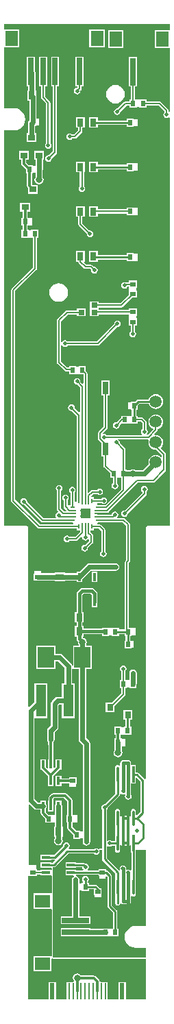
<source format=gtl>
%FSLAX25Y25*%
%MOIN*%
G70*
G01*
G75*
G04 Layer_Physical_Order=1*
G04 Layer_Color=255*
%ADD10R,0.03150X0.02559*%
%ADD11R,0.13386X0.02756*%
%ADD12R,0.07480X0.06299*%
%ADD13R,0.01575X0.03937*%
%ADD14R,0.07874X0.10000*%
%ADD15R,0.02756X0.06102*%
%ADD16R,0.02756X0.13386*%
%ADD17R,0.06299X0.07480*%
%ADD18R,0.03150X0.03937*%
%ADD19R,0.03150X0.03543*%
%ADD20R,0.03150X0.03543*%
%ADD21C,0.05906*%
%ADD22R,0.05118X0.15748*%
%ADD23R,0.02362X0.00787*%
%ADD24R,0.03150X0.00787*%
%ADD25R,0.00787X0.02362*%
%ADD26R,0.00787X0.03150*%
%ADD27R,0.05118X0.05118*%
%ADD28R,0.01063X0.07874*%
%ADD29R,0.02362X0.07874*%
%ADD30R,0.02165X0.02559*%
%ADD31R,0.02362X0.02756*%
%ADD32R,0.03937X0.01575*%
%ADD33R,0.01181X0.07874*%
%ADD34O,0.01181X0.07874*%
%ADD35R,0.02559X0.02165*%
%ADD36R,0.03543X0.03150*%
%ADD37R,0.03543X0.03150*%
%ADD38R,0.03937X0.03150*%
%ADD39R,0.02756X0.02362*%
%ADD40C,0.00787*%
%ADD41C,0.01575*%
%ADD42C,0.01000*%
%ADD43C,0.02362*%
%ADD44C,0.01181*%
%ADD45C,0.01969*%
%ADD46C,0.03150*%
G36*
X62758Y-400322D02*
Y-403924D01*
X62827D01*
Y-412222D01*
X62386Y-412458D01*
X61994Y-412196D01*
X61380Y-412074D01*
X60765Y-412196D01*
X60737Y-412215D01*
X60321Y-411938D01*
X60385Y-411614D01*
X60263Y-411000D01*
X59915Y-410479D01*
X59394Y-410131D01*
X58780Y-410009D01*
X58165Y-410131D01*
X57644Y-410479D01*
X57296Y-411000D01*
X57174Y-411614D01*
X57292Y-412208D01*
X56919Y-412408D01*
X56815D01*
X50954Y-406547D01*
Y-400925D01*
X51395Y-400690D01*
X51686Y-400883D01*
X52300Y-401006D01*
X52915Y-400883D01*
X53435Y-400535D01*
X53451Y-400512D01*
X55057D01*
Y-402743D01*
X55149Y-403204D01*
X55410Y-403595D01*
X55801Y-403856D01*
X56261Y-403947D01*
X56722Y-403856D01*
X57113Y-403595D01*
X57374Y-403204D01*
X57466Y-402743D01*
Y-400356D01*
X57944Y-400211D01*
X57969Y-400248D01*
X58360Y-400509D01*
X58821Y-400601D01*
X61380D01*
X61840Y-400509D01*
X62231Y-400248D01*
X62279Y-400176D01*
X62758Y-400322D01*
D02*
G37*
G36*
X81674Y-3789D02*
X74327D01*
Y-12451D01*
X81674D01*
Y-43597D01*
X81523Y-43697D01*
X81082Y-43462D01*
Y-42795D01*
X81006Y-42411D01*
X80788Y-42086D01*
X77443Y-38740D01*
X77118Y-38523D01*
X76733Y-38447D01*
X70264D01*
Y-37481D01*
X66721D01*
Y-37700D01*
X65539D01*
Y-37481D01*
X64771D01*
Y-31381D01*
X65705D01*
Y-16815D01*
X61768D01*
Y-31381D01*
X62764D01*
Y-37481D01*
X61996D01*
Y-38447D01*
X60117D01*
X59797Y-38510D01*
X59733Y-38523D01*
X59407Y-38740D01*
X56140Y-42008D01*
X55984Y-41977D01*
X55370Y-42099D01*
X54849Y-42447D01*
X54501Y-42968D01*
X54379Y-43583D01*
X54501Y-44197D01*
X54849Y-44718D01*
X55370Y-45066D01*
X55984Y-45188D01*
X56599Y-45066D01*
X57120Y-44718D01*
X57468Y-44197D01*
X57590Y-43583D01*
X57559Y-43427D01*
X60533Y-40453D01*
X61996D01*
Y-41418D01*
X65539D01*
Y-41200D01*
X66721D01*
Y-41418D01*
X70264D01*
Y-40453D01*
X76318D01*
X79075Y-43211D01*
Y-43816D01*
X78943Y-43904D01*
X78595Y-44425D01*
X78473Y-45039D01*
X78595Y-45654D01*
X78943Y-46175D01*
X79464Y-46523D01*
X80079Y-46645D01*
X80693Y-46523D01*
X81214Y-46175D01*
X81674Y-46482D01*
Y-245060D01*
X70866D01*
X70482Y-245136D01*
X70157Y-245354D01*
X69939Y-245679D01*
X69863Y-246063D01*
Y-368008D01*
X69384Y-368154D01*
X69251Y-367954D01*
X66367Y-365071D01*
X66007Y-364829D01*
X65581Y-364745D01*
X65581Y-364745D01*
X65120D01*
Y-361329D01*
X62785D01*
Y-360317D01*
X62678Y-359779D01*
X62373Y-359323D01*
X61917Y-359019D01*
X61380Y-358912D01*
X58821D01*
X58283Y-359019D01*
X57827Y-359323D01*
X57523Y-359779D01*
X57416Y-360317D01*
Y-361331D01*
X56975Y-361566D01*
X56722Y-361398D01*
X56261Y-361306D01*
X55801Y-361398D01*
X55410Y-361659D01*
X55149Y-362050D01*
X55057Y-362510D01*
Y-369203D01*
X55149Y-369664D01*
X55150Y-369665D01*
Y-375089D01*
X49870Y-380368D01*
X49843Y-380363D01*
X49228Y-380485D01*
X48707Y-380833D01*
X48359Y-381354D01*
X48237Y-381968D01*
X48359Y-382583D01*
X48707Y-383104D01*
X48731Y-383120D01*
Y-401961D01*
X47378D01*
X47289Y-401998D01*
X47192Y-401988D01*
X47071Y-402088D01*
X46987Y-402123D01*
X46481Y-401784D01*
X45866Y-401662D01*
X45252Y-401784D01*
X44731Y-402132D01*
X44715Y-402156D01*
X32535D01*
X32390Y-401677D01*
X32435Y-401647D01*
X32783Y-401126D01*
X32905Y-400512D01*
X32783Y-399897D01*
X32435Y-399376D01*
X31914Y-399028D01*
X31299Y-398906D01*
X30685Y-399028D01*
X30164Y-399376D01*
X29816Y-399897D01*
X29694Y-400512D01*
X29706Y-400572D01*
X25270Y-405008D01*
X23837D01*
Y-404742D01*
X18719D01*
Y-407498D01*
X23837D01*
Y-407232D01*
X25621D01*
X25813Y-407694D01*
X24758Y-408748D01*
X23837D01*
Y-408482D01*
X18719D01*
Y-411238D01*
X23837D01*
D01*
X23837D01*
X24161Y-411562D01*
Y-412222D01*
X24161D01*
X23837D01*
X23807Y-412222D01*
X23807Y-412222D01*
Y-412222D01*
X18719D01*
Y-412579D01*
X16869D01*
Y-411810D01*
X16650D01*
Y-410020D01*
X13168D01*
X13168Y-410020D01*
Y-410020D01*
X13150Y-410020D01*
X13131D01*
X12822Y-380470D01*
X13282Y-380276D01*
X15526Y-382520D01*
X16112Y-382912D01*
X16804Y-383049D01*
X18622D01*
Y-383802D01*
X18796D01*
Y-384693D01*
X18796Y-384693D01*
X18887Y-385154D01*
X19149Y-385544D01*
X20956Y-387352D01*
Y-389389D01*
X24500D01*
Y-389171D01*
X25634D01*
Y-391072D01*
X25271D01*
Y-396190D01*
X25634D01*
Y-396892D01*
X25401Y-397242D01*
X25233Y-398087D01*
X25401Y-398931D01*
X25879Y-399648D01*
X26596Y-400126D01*
X27441Y-400294D01*
X28285Y-400126D01*
X29002Y-399648D01*
X29480Y-398931D01*
X29648Y-398087D01*
X29480Y-397242D01*
X29247Y-396892D01*
Y-396190D01*
X29602D01*
Y-391072D01*
X29247D01*
Y-381283D01*
X29109Y-380592D01*
X28858Y-380216D01*
Y-378684D01*
X26102D01*
Y-380097D01*
X25772Y-380592D01*
X25634Y-381283D01*
Y-385671D01*
X24500D01*
Y-385452D01*
X22463D01*
X21204Y-384194D01*
Y-383802D01*
X21378D01*
Y-382370D01*
X21669Y-381934D01*
X21806Y-381243D01*
X21669Y-380552D01*
X21378Y-380116D01*
Y-378684D01*
X18622D01*
Y-379437D01*
X17552D01*
X15783Y-377667D01*
Y-338438D01*
X22018D01*
Y-321508D01*
X15719D01*
Y-330568D01*
X13276Y-333011D01*
X12815Y-332819D01*
Y-246063D01*
X12738Y-245679D01*
X12521Y-245354D01*
X12195Y-245136D01*
X11811Y-245060D01*
X1003D01*
Y-52578D01*
X5906D01*
Y-52605D01*
X7293Y-52422D01*
X8586Y-51887D01*
X9696Y-51035D01*
X10548Y-49924D01*
X11084Y-48632D01*
X11266Y-47244D01*
X11084Y-45857D01*
X10548Y-44564D01*
X9696Y-43453D01*
X8586Y-42601D01*
X7293Y-42066D01*
X5906Y-41883D01*
Y-41910D01*
X1003D01*
Y-12380D01*
X8427D01*
Y-3718D01*
X1003D01*
Y-1003D01*
X81674D01*
Y-3789D01*
D02*
G37*
G36*
X67353Y-369201D02*
Y-383969D01*
X65605Y-385717D01*
X65143Y-385526D01*
Y-383770D01*
X65051Y-383309D01*
X64790Y-382919D01*
X64400Y-382658D01*
X63939Y-382566D01*
X63478Y-382658D01*
X63087Y-382919D01*
X62826Y-383309D01*
X62735Y-383770D01*
Y-386157D01*
X62256Y-386302D01*
X62231Y-386265D01*
X61840Y-386004D01*
X61380Y-385912D01*
X58821D01*
X58360Y-386004D01*
X57969Y-386265D01*
X57944Y-386302D01*
X57466Y-386157D01*
Y-383770D01*
X57374Y-383309D01*
X57113Y-382919D01*
X56722Y-382658D01*
X56261Y-382566D01*
X55801Y-382658D01*
X55410Y-382919D01*
X55149Y-383309D01*
X55057Y-383770D01*
Y-390463D01*
X55149Y-390924D01*
X55150Y-390925D01*
Y-395588D01*
X55149Y-395589D01*
X55057Y-396050D01*
Y-398288D01*
X53451D01*
X53435Y-398265D01*
X52915Y-397917D01*
X52300Y-397794D01*
X51686Y-397917D01*
X51395Y-398110D01*
X50954Y-397875D01*
Y-383120D01*
X50978Y-383104D01*
X51326Y-382583D01*
X51448Y-381968D01*
X51443Y-381941D01*
X57048Y-376336D01*
X57289Y-375975D01*
X57373Y-375550D01*
X57373Y-375549D01*
Y-375474D01*
X57814Y-375239D01*
X58204Y-375499D01*
X58819Y-375621D01*
X59433Y-375499D01*
X59534Y-375432D01*
X59975Y-375668D01*
D01*
X59896Y-375880D01*
Y-375880D01*
X59774Y-376494D01*
X59896Y-377109D01*
X60244Y-377630D01*
X60765Y-377978D01*
X61380Y-378100D01*
X61994Y-377978D01*
X62515Y-377630D01*
X62863Y-377109D01*
X62985Y-376494D01*
X62863Y-375880D01*
X62785Y-375763D01*
Y-370384D01*
X65120D01*
Y-367622D01*
X65582Y-367430D01*
X67353Y-369201D01*
D02*
G37*
G36*
X69863Y-439548D02*
X64961D01*
Y-439521D01*
X63573Y-439704D01*
X62280Y-440239D01*
X61170Y-441091D01*
X60318Y-442202D01*
X59782Y-443495D01*
X59600Y-444882D01*
X59782Y-446270D01*
X60318Y-447563D01*
X61170Y-448673D01*
X62280Y-449525D01*
X63573Y-450060D01*
X64961Y-450243D01*
Y-450216D01*
X69863D01*
Y-454800D01*
X24900D01*
X24800Y-454700D01*
Y-410972D01*
X25219D01*
X25219Y-410972D01*
X25644Y-410887D01*
X26005Y-410646D01*
X32272Y-404380D01*
X44715D01*
X44731Y-404403D01*
X45252Y-404751D01*
X45866Y-404873D01*
X46481Y-404751D01*
X47001Y-404403D01*
X47350Y-403882D01*
X47472Y-403268D01*
X47350Y-402653D01*
X47378Y-402600D01*
X48731D01*
Y-407008D01*
X48731Y-407008D01*
X48815Y-407433D01*
X49056Y-407794D01*
X55150Y-413888D01*
Y-416848D01*
X55149Y-416849D01*
X55057Y-417310D01*
Y-424003D01*
X55149Y-424464D01*
X55150Y-424465D01*
Y-428624D01*
X55234Y-429049D01*
X55475Y-429410D01*
X55836Y-429651D01*
X56261Y-429736D01*
X56687Y-429651D01*
X57048Y-429410D01*
X57289Y-429049D01*
X57302Y-428982D01*
X57827Y-428631D01*
X58283Y-428936D01*
X58821Y-429043D01*
X61380D01*
X61917Y-428936D01*
X62373Y-428631D01*
X62678Y-428175D01*
X62785Y-427638D01*
X62785Y-427638D01*
X62785Y-427638D01*
Y-427638D01*
Y-425183D01*
X63226Y-424947D01*
X63478Y-425116D01*
X63939Y-425207D01*
X64400Y-425116D01*
X64790Y-424855D01*
X65051Y-424464D01*
X65143Y-424003D01*
Y-417310D01*
X65051Y-416849D01*
X65051Y-416848D01*
Y-403924D01*
X65120D01*
Y-402600D01*
X69863D01*
Y-439548D01*
D02*
G37*
G36*
X18719Y-414978D02*
X23807D01*
X24161Y-415332D01*
Y-423717D01*
X24161D01*
X24131D01*
X23807Y-423717D01*
X23807Y-423717D01*
Y-423717D01*
X15469D01*
Y-431197D01*
X23807D01*
X24161Y-431551D01*
Y-454150D01*
X24161D01*
X24131D01*
X23807Y-454150D01*
X23807Y-454150D01*
Y-454150D01*
X15469D01*
Y-461630D01*
X24131D01*
Y-455571D01*
X24546Y-455293D01*
X24900Y-455439D01*
X69863D01*
Y-475375D01*
X60210D01*
Y-466812D01*
X56666D01*
Y-475375D01*
X51410D01*
Y-466812D01*
X48673D01*
X47556Y-466589D01*
X47464Y-466128D01*
X47203Y-465737D01*
X47203Y-465737D01*
X45496Y-464030D01*
X45105Y-463769D01*
X44644Y-463678D01*
X44644Y-463678D01*
X38360D01*
X38122Y-463321D01*
X37406Y-462842D01*
X36561Y-462674D01*
X35716Y-462842D01*
X35000Y-463321D01*
X34521Y-464037D01*
X34353Y-464882D01*
X34521Y-465727D01*
X34952Y-466371D01*
X34716Y-466812D01*
X31450D01*
Y-475375D01*
X26194D01*
Y-466812D01*
X22650D01*
Y-475375D01*
X12815D01*
Y-415354D01*
X12815D01*
X12932D01*
X13168Y-415354D01*
X13168Y-415354D01*
Y-415354D01*
X16869D01*
Y-414586D01*
X18719D01*
Y-414978D01*
D02*
G37*
%LPC*%
G36*
X13532Y-87746D02*
X8808D01*
Y-92077D01*
X9966D01*
Y-95082D01*
X9398D01*
Y-99019D01*
X9966D01*
Y-101031D01*
X9398D01*
Y-104969D01*
X12942D01*
Y-104750D01*
X14123D01*
Y-104969D01*
X14891D01*
Y-119438D01*
X4763Y-129566D01*
X4545Y-129892D01*
X4469Y-130276D01*
Y-232756D01*
X4469Y-232756D01*
X4469D01*
X4545Y-233140D01*
X4763Y-233466D01*
X17359Y-246062D01*
X17685Y-246279D01*
X17749Y-246292D01*
X18069Y-246356D01*
X36361D01*
Y-247124D01*
X37916D01*
Y-247909D01*
X35529Y-250296D01*
X32798D01*
X32710Y-250164D01*
X32189Y-249816D01*
X31575Y-249694D01*
X30960Y-249816D01*
X30439Y-250164D01*
X30091Y-250685D01*
X29969Y-251299D01*
X30091Y-251914D01*
X30439Y-252435D01*
X30960Y-252783D01*
X31575Y-252905D01*
X32189Y-252783D01*
X32710Y-252435D01*
X32798Y-252303D01*
X35945D01*
X36329Y-252226D01*
X36654Y-252009D01*
X38468Y-250195D01*
X38909Y-250431D01*
X38889Y-250534D01*
X39011Y-251148D01*
X39359Y-251669D01*
X39880Y-252017D01*
X40494Y-252139D01*
X41109Y-252017D01*
X41630Y-251669D01*
X41746Y-251495D01*
X42225Y-251640D01*
Y-252380D01*
X40313Y-254291D01*
X40157Y-254260D01*
X39543Y-254383D01*
X39022Y-254731D01*
X38674Y-255252D01*
X38552Y-255866D01*
X38674Y-256481D01*
X39022Y-257001D01*
X39543Y-257350D01*
X40157Y-257472D01*
X40772Y-257350D01*
X41293Y-257001D01*
X41641Y-256481D01*
X41763Y-255866D01*
X41732Y-255711D01*
X43938Y-253505D01*
X44155Y-253179D01*
X44232Y-252795D01*
Y-249685D01*
X44168Y-249365D01*
X44155Y-249301D01*
X43938Y-248975D01*
X43073Y-248110D01*
Y-247124D01*
X44628D01*
Y-246356D01*
X47141D01*
X48209Y-247424D01*
Y-257320D01*
X48077Y-257408D01*
X47729Y-257929D01*
X47607Y-258543D01*
X47729Y-259158D01*
X48077Y-259679D01*
X48598Y-260027D01*
X49213Y-260149D01*
X49827Y-260027D01*
X50348Y-259679D01*
X50696Y-259158D01*
X50818Y-258543D01*
X50696Y-257929D01*
X50348Y-257408D01*
X50216Y-257320D01*
Y-247008D01*
X50140Y-246624D01*
X49922Y-246298D01*
X48267Y-244643D01*
X47941Y-244425D01*
X47557Y-244349D01*
X46400D01*
Y-243522D01*
X46786Y-243205D01*
X46794Y-243206D01*
X58716D01*
X60264Y-244754D01*
Y-261564D01*
X60075Y-261753D01*
X59857Y-262079D01*
X59781Y-262463D01*
Y-294492D01*
X59496D01*
Y-295356D01*
X56854D01*
Y-294492D01*
X53311D01*
Y-294710D01*
X52129D01*
Y-294492D01*
X48586D01*
Y-294828D01*
X39772D01*
Y-293711D01*
X38975D01*
Y-292049D01*
X39732D01*
Y-286931D01*
X38975D01*
Y-282032D01*
Y-278563D01*
X39598Y-277940D01*
X42961D01*
X43645Y-278624D01*
Y-282032D01*
X43672Y-282168D01*
Y-284591D01*
X46428D01*
Y-282168D01*
X46455Y-282032D01*
Y-278042D01*
X46348Y-277505D01*
X46044Y-277049D01*
X44537Y-275542D01*
X44081Y-275237D01*
X43543Y-275131D01*
X39016D01*
X38478Y-275237D01*
X38022Y-275542D01*
X36576Y-276988D01*
X36272Y-277444D01*
X36165Y-277981D01*
Y-282032D01*
Y-286931D01*
X35401D01*
Y-292049D01*
X36165D01*
Y-293711D01*
X35441D01*
Y-298829D01*
X36202D01*
Y-300038D01*
X36309Y-300576D01*
X36613Y-301032D01*
X36879Y-301298D01*
X36847Y-301457D01*
X37015Y-302302D01*
X37234Y-302628D01*
Y-303369D01*
X34512D01*
Y-312801D01*
X34015Y-312850D01*
X33923Y-312390D01*
X33532Y-311804D01*
X29410Y-307683D01*
X28824Y-307291D01*
X28133Y-307154D01*
X25851D01*
Y-303369D01*
X16796D01*
Y-314551D01*
X25851D01*
Y-310766D01*
X27385D01*
X30448Y-313829D01*
Y-321508D01*
X29105D01*
Y-328167D01*
X26996D01*
X26304Y-328304D01*
X25718Y-328696D01*
X24274Y-330140D01*
X23882Y-330726D01*
X23745Y-331417D01*
Y-342063D01*
X22463Y-343345D01*
X22071Y-343931D01*
X21934Y-344622D01*
Y-348858D01*
X22071Y-349550D01*
X22362Y-349985D01*
Y-351417D01*
X22536D01*
Y-358504D01*
X22362D01*
Y-362620D01*
X21900Y-362812D01*
X21378Y-362289D01*
Y-358504D01*
X18622D01*
Y-363622D01*
X19305D01*
X22362Y-366680D01*
Y-371597D01*
X25118D01*
Y-366680D01*
X28176Y-363622D01*
X28858D01*
Y-358504D01*
X26102D01*
Y-362289D01*
X25580Y-362812D01*
X25118Y-362620D01*
Y-358504D01*
X24944D01*
Y-351417D01*
X25118D01*
Y-349985D01*
X25409Y-349550D01*
X25547Y-348858D01*
Y-345371D01*
X26829Y-344089D01*
X27220Y-343503D01*
X27358Y-342811D01*
X27358Y-342811D01*
X27358Y-342811D01*
Y-342811D01*
Y-332166D01*
X27744Y-331779D01*
X29105D01*
Y-338438D01*
X35404D01*
Y-321508D01*
X34061D01*
Y-314551D01*
X34512D01*
Y-314551D01*
X37234D01*
Y-348804D01*
X37234Y-348804D01*
X37234D01*
X37371Y-349495D01*
X37763Y-350081D01*
X39206Y-351524D01*
Y-393451D01*
X38060D01*
Y-393232D01*
X36022D01*
X34172Y-391382D01*
Y-389399D01*
X34740D01*
Y-389181D01*
X36530D01*
Y-385681D01*
X34740D01*
Y-385462D01*
X34172D01*
Y-378496D01*
X34172Y-378496D01*
X34080Y-378035D01*
X33819Y-377644D01*
X33819Y-377644D01*
X31402Y-375227D01*
X31012Y-374966D01*
X30551Y-374874D01*
X30551Y-374874D01*
X24961D01*
X24500Y-374966D01*
X24344Y-375071D01*
X24110Y-375227D01*
X24110Y-375227D01*
X22889Y-376448D01*
X22628Y-376839D01*
X22536Y-377299D01*
X22536Y-377300D01*
Y-378684D01*
X22362D01*
Y-383802D01*
X25118D01*
Y-378684D01*
X24944D01*
Y-377798D01*
X25460Y-377283D01*
X30052D01*
X31764Y-378995D01*
Y-385462D01*
X31196D01*
Y-389399D01*
X31764D01*
Y-391881D01*
X31764Y-391881D01*
X31855Y-392341D01*
X32116Y-392732D01*
X34516Y-395132D01*
Y-397169D01*
X38060D01*
Y-396951D01*
X39206D01*
Y-398729D01*
X39344Y-399420D01*
X39735Y-400006D01*
X40321Y-400398D01*
X41012Y-400535D01*
X41704Y-400398D01*
X42290Y-400006D01*
X42681Y-399420D01*
X42819Y-398729D01*
Y-395201D01*
Y-350776D01*
X42681Y-350085D01*
X42290Y-349499D01*
X40846Y-348056D01*
Y-314551D01*
X43568D01*
Y-303369D01*
X40846D01*
Y-302673D01*
X41095Y-302302D01*
X41263Y-301457D01*
X41095Y-300612D01*
X40616Y-299896D01*
X39900Y-299417D01*
X39055Y-299249D01*
D01*
Y-299183D01*
X39409Y-298829D01*
X39772D01*
Y-297638D01*
X48586D01*
Y-298429D01*
X52129D01*
Y-298210D01*
X53311D01*
Y-298429D01*
X56854D01*
Y-297580D01*
X59496D01*
Y-298429D01*
X60148D01*
Y-300810D01*
X59587D01*
Y-304550D01*
X62933D01*
Y-304330D01*
X64128D01*
Y-301030D01*
X62933D01*
Y-300810D01*
X62372D01*
Y-298429D01*
X63039D01*
Y-298210D01*
X64830D01*
Y-294710D01*
X63039D01*
Y-294492D01*
X61788D01*
Y-262879D01*
X61977Y-262689D01*
X62123Y-262472D01*
X62195Y-262364D01*
X62271Y-261980D01*
Y-244339D01*
X62208Y-244018D01*
X62195Y-243955D01*
X61977Y-243629D01*
X59841Y-241493D01*
X59516Y-241276D01*
X59132Y-241199D01*
X56362D01*
X56057Y-240742D01*
X56405Y-240221D01*
X56527Y-239606D01*
X56405Y-238992D01*
X56057Y-238471D01*
X55536Y-238123D01*
X54921Y-238001D01*
X54307Y-238123D01*
X53786Y-238471D01*
X53438Y-238992D01*
X53316Y-239606D01*
X53301Y-239624D01*
X46400D01*
Y-238482D01*
X51144D01*
X51528Y-238405D01*
X51853Y-238188D01*
X66124Y-223917D01*
X73543D01*
X73927Y-223840D01*
X74253Y-223623D01*
X79457Y-218419D01*
X79674Y-218094D01*
X79751Y-217710D01*
Y-210115D01*
X79687Y-209794D01*
X79674Y-209731D01*
X79457Y-209405D01*
X77310Y-207258D01*
X77337Y-206846D01*
X77905Y-206106D01*
X78262Y-205244D01*
X78384Y-204319D01*
X78262Y-203394D01*
X77905Y-202532D01*
X77337Y-201792D01*
X76597Y-201224D01*
X75735Y-200867D01*
X74810Y-200745D01*
X74264Y-200817D01*
X74043Y-200369D01*
X75520Y-198892D01*
X75737Y-198566D01*
X75814Y-198182D01*
X75814Y-198182D01*
X75814Y-198182D01*
Y-198182D01*
Y-197760D01*
X76597Y-197435D01*
X77337Y-196867D01*
X77905Y-196127D01*
X78262Y-195265D01*
X78384Y-194340D01*
X78262Y-193415D01*
X77905Y-192553D01*
X77337Y-191813D01*
X76597Y-191245D01*
X75735Y-190888D01*
X74810Y-190766D01*
X73885Y-190888D01*
X73023Y-191245D01*
X72283Y-191813D01*
X71715Y-192553D01*
X71358Y-193415D01*
X71236Y-194340D01*
X71358Y-195265D01*
X71715Y-196127D01*
X72283Y-196867D01*
X73023Y-197435D01*
X73396Y-197589D01*
X73493Y-198080D01*
X70907Y-200666D01*
X70422Y-200544D01*
X70357Y-200329D01*
X70387Y-200309D01*
X70735Y-199788D01*
X70858Y-199173D01*
X70735Y-198559D01*
X70387Y-198038D01*
X70256Y-197950D01*
Y-194528D01*
X70179Y-194143D01*
X69962Y-193818D01*
X68714Y-192571D01*
X68389Y-192353D01*
X68005Y-192277D01*
X66091D01*
Y-191411D01*
X65332D01*
Y-188450D01*
X65894D01*
Y-186479D01*
X66741Y-185632D01*
X71435D01*
X71715Y-186307D01*
X72283Y-187047D01*
X73023Y-187615D01*
X73885Y-187972D01*
X74810Y-188094D01*
X75735Y-187972D01*
X76597Y-187615D01*
X77337Y-187047D01*
X77905Y-186307D01*
X78262Y-185445D01*
X78384Y-184520D01*
X78262Y-183595D01*
X77905Y-182733D01*
X77337Y-181993D01*
X76597Y-181425D01*
X75735Y-181068D01*
X74810Y-180946D01*
X73885Y-181068D01*
X73023Y-181425D01*
X72283Y-181993D01*
X71715Y-182733D01*
X71435Y-183408D01*
X66280D01*
X66280Y-183408D01*
X65855Y-183493D01*
X65494Y-183734D01*
X64518Y-184710D01*
X62547D01*
Y-184930D01*
X61352D01*
Y-188230D01*
X62547D01*
Y-188450D01*
X63108D01*
Y-191411D01*
X62548D01*
Y-191630D01*
X61367D01*
Y-191411D01*
X57824D01*
Y-192576D01*
X57682Y-192670D01*
X55746Y-194606D01*
X55590Y-194576D01*
X54976Y-194698D01*
X54455Y-195046D01*
X54107Y-195567D01*
X53985Y-196181D01*
X54107Y-196796D01*
X54455Y-197317D01*
X54976Y-197664D01*
X55590Y-197787D01*
X56205Y-197664D01*
X56726Y-197317D01*
X57074Y-196796D01*
X57196Y-196181D01*
X57165Y-196026D01*
X57842Y-195349D01*
X61367D01*
Y-195130D01*
X62548D01*
Y-195349D01*
X66091D01*
Y-194284D01*
X67589D01*
X68248Y-194943D01*
Y-197950D01*
X68117Y-198038D01*
X67769Y-198559D01*
X67646Y-199173D01*
X67769Y-199788D01*
X68117Y-200309D01*
X68147Y-200329D01*
X68002Y-200807D01*
X50869D01*
X50781Y-200676D01*
X50260Y-200328D01*
X49646Y-200205D01*
X49352Y-200264D01*
X49116Y-199823D01*
X51103Y-197836D01*
X51321Y-197510D01*
X51397Y-197126D01*
X51397Y-197126D01*
X51397Y-197126D01*
Y-197126D01*
Y-181595D01*
X52362D01*
Y-174311D01*
X48425D01*
Y-181595D01*
X49390D01*
Y-196710D01*
X46968Y-199133D01*
X46750Y-199459D01*
X46674Y-199843D01*
Y-202626D01*
X46674Y-202626D01*
X46674D01*
X46750Y-203010D01*
X46968Y-203336D01*
X48425Y-204794D01*
Y-211319D01*
X49390D01*
Y-215776D01*
X49390Y-215776D01*
X49390D01*
X49467Y-216160D01*
X49684Y-216486D01*
X52526Y-219328D01*
Y-221649D01*
X53918D01*
Y-224249D01*
X53786Y-224337D01*
X53438Y-224858D01*
X53316Y-225472D01*
X53438Y-226087D01*
X53786Y-226608D01*
X54307Y-226956D01*
X54921Y-227078D01*
X55536Y-226956D01*
X56057Y-226608D01*
X56405Y-226087D01*
X56527Y-225472D01*
X56405Y-224858D01*
X56057Y-224337D01*
X55925Y-224249D01*
Y-221649D01*
X56069D01*
Y-221430D01*
X57250D01*
Y-221649D01*
X58019D01*
Y-227216D01*
X50334Y-234900D01*
X46794D01*
X46786Y-234901D01*
X46400Y-234584D01*
Y-233757D01*
X48263D01*
X48351Y-233889D01*
X48872Y-234237D01*
X49486Y-234360D01*
X50101Y-234237D01*
X50621Y-233889D01*
X50970Y-233368D01*
X51092Y-232754D01*
X50970Y-232139D01*
X50621Y-231618D01*
X50101Y-231270D01*
X49486Y-231148D01*
X48872Y-231270D01*
X48351Y-231618D01*
X48263Y-231750D01*
X44628D01*
Y-230982D01*
X43413D01*
X43222Y-230520D01*
X44274Y-229468D01*
X46296D01*
X46384Y-229600D01*
X46905Y-229948D01*
X47520Y-230070D01*
X48134Y-229948D01*
X48655Y-229600D01*
X49003Y-229079D01*
X49125Y-228465D01*
X49003Y-227850D01*
X48655Y-227329D01*
X48134Y-226981D01*
X47520Y-226859D01*
X46905Y-226981D01*
X46384Y-227329D01*
X46296Y-227461D01*
X43858D01*
X43474Y-227537D01*
X43149Y-227755D01*
X41960Y-228944D01*
X41498Y-228752D01*
Y-170852D01*
X41422Y-170468D01*
X41204Y-170143D01*
X40754Y-169692D01*
Y-167371D01*
X37211D01*
Y-167590D01*
X36029D01*
Y-167371D01*
X32486D01*
Y-167997D01*
X31616D01*
X28703Y-165084D01*
Y-157158D01*
X29182Y-157012D01*
X29465Y-157435D01*
X29985Y-157783D01*
X30600Y-157906D01*
X31214Y-157783D01*
X31735Y-157435D01*
X31824Y-157304D01*
X46500D01*
X46884Y-157227D01*
X47210Y-157010D01*
X55945Y-148275D01*
X56100Y-148306D01*
X56714Y-148183D01*
X57235Y-147835D01*
X57583Y-147315D01*
X57706Y-146700D01*
X57583Y-146086D01*
X57235Y-145565D01*
X56714Y-145217D01*
X56100Y-145094D01*
X55485Y-145217D01*
X54965Y-145565D01*
X54617Y-146086D01*
X54494Y-146700D01*
X54525Y-146855D01*
X46084Y-155297D01*
X31824D01*
X31735Y-155165D01*
X31214Y-154817D01*
X30600Y-154694D01*
X29985Y-154817D01*
X29465Y-155165D01*
X29182Y-155588D01*
X28703Y-155443D01*
Y-145416D01*
X32036Y-142084D01*
X36395D01*
Y-142950D01*
X40725D01*
Y-139210D01*
X36395D01*
Y-140076D01*
X31620D01*
X31236Y-140153D01*
X30910Y-140370D01*
X26990Y-144290D01*
X26773Y-144616D01*
X26697Y-145000D01*
Y-165500D01*
X26697Y-165500D01*
X26697D01*
X26773Y-165884D01*
X26990Y-166210D01*
X30490Y-169710D01*
X30816Y-169927D01*
X31200Y-170003D01*
X32486D01*
Y-171309D01*
X36029D01*
Y-171090D01*
X37211D01*
Y-171309D01*
X39491D01*
Y-175607D01*
X39029Y-175799D01*
X38071Y-174841D01*
X38102Y-174685D01*
X37980Y-174071D01*
X37631Y-173550D01*
X37110Y-173202D01*
X36496Y-173079D01*
X35882Y-173202D01*
X35361Y-173550D01*
X35013Y-174071D01*
X34890Y-174685D01*
X35013Y-175300D01*
X35361Y-175820D01*
X35882Y-176169D01*
X36496Y-176291D01*
X36652Y-176260D01*
X37916Y-177524D01*
Y-189623D01*
X37454Y-189814D01*
X35315Y-187675D01*
X35346Y-187520D01*
X35224Y-186905D01*
X34876Y-186384D01*
X34355Y-186036D01*
X33740Y-185914D01*
X33126Y-186036D01*
X32605Y-186384D01*
X32257Y-186905D01*
X32135Y-187520D01*
X32257Y-188134D01*
X32605Y-188655D01*
X33126Y-189003D01*
X33740Y-189125D01*
X33896Y-189094D01*
X36341Y-191540D01*
Y-232754D01*
X36343Y-232761D01*
X36026Y-233148D01*
X35199D01*
Y-228765D01*
X35331Y-228677D01*
X35679Y-228156D01*
X35801Y-227542D01*
X35679Y-226927D01*
X35331Y-226406D01*
X34810Y-226058D01*
X34195Y-225936D01*
X33581Y-226058D01*
X33060Y-226406D01*
X32712Y-226927D01*
X32590Y-227542D01*
X32712Y-228156D01*
X33060Y-228677D01*
X33192Y-228765D01*
Y-234919D01*
X32424D01*
Y-235154D01*
X32246Y-235228D01*
X31830Y-234950D01*
Y-232601D01*
X31962Y-232513D01*
X32310Y-231992D01*
X32432Y-231378D01*
X32310Y-230764D01*
X31962Y-230243D01*
X31441Y-229894D01*
X30827Y-229772D01*
X30212Y-229894D01*
X29691Y-230243D01*
X29343Y-230764D01*
X29221Y-231378D01*
X29343Y-231992D01*
X29691Y-232513D01*
X29823Y-232601D01*
Y-235630D01*
X29823Y-235630D01*
X29823D01*
X29900Y-236014D01*
X30117Y-236339D01*
X31365Y-237588D01*
X31174Y-238050D01*
X30217D01*
X28720Y-236553D01*
Y-227916D01*
X28852Y-227828D01*
X29200Y-227307D01*
X29322Y-226693D01*
X29200Y-226079D01*
X28852Y-225557D01*
X28331Y-225209D01*
X27716Y-225087D01*
X27102Y-225209D01*
X26581Y-225557D01*
X26233Y-226079D01*
X26111Y-226693D01*
X26233Y-227307D01*
X26581Y-227828D01*
X26713Y-227916D01*
Y-236968D01*
X26789Y-237353D01*
X27007Y-237678D01*
X27282Y-237953D01*
X27136Y-238431D01*
X26905Y-238477D01*
X26384Y-238825D01*
X26036Y-239346D01*
X25914Y-239961D01*
X26036Y-240575D01*
X26159Y-240758D01*
X25923Y-241199D01*
X20099D01*
X12165Y-233266D01*
X12196Y-233110D01*
X12074Y-232496D01*
X11726Y-231975D01*
X11205Y-231627D01*
X10591Y-231505D01*
X9976Y-231627D01*
X9455Y-231975D01*
X9107Y-232496D01*
X8985Y-233110D01*
X9107Y-233725D01*
X9455Y-234246D01*
X9976Y-234594D01*
X10591Y-234716D01*
X10746Y-234685D01*
X18973Y-242912D01*
X19299Y-243130D01*
X19363Y-243143D01*
X19683Y-243206D01*
X34195D01*
X34203Y-243205D01*
X34589Y-243522D01*
Y-244349D01*
X18485D01*
X6476Y-232340D01*
Y-130691D01*
X16604Y-120563D01*
X16821Y-120238D01*
X16898Y-119854D01*
Y-104969D01*
X17666D01*
Y-101031D01*
X14123D01*
Y-101250D01*
X12942D01*
Y-101031D01*
X12374D01*
Y-99019D01*
X12942D01*
Y-98800D01*
X14732D01*
Y-95300D01*
X12942D01*
Y-95082D01*
X12374D01*
Y-92077D01*
X13532D01*
Y-87746D01*
D02*
G37*
G36*
X69252Y-225599D02*
X68638Y-225721D01*
X68117Y-226069D01*
X67769Y-226590D01*
X67646Y-227205D01*
X67769Y-227819D01*
X68117Y-228340D01*
X68248Y-228428D01*
Y-228954D01*
X59762Y-237441D01*
X59606Y-237410D01*
X58992Y-237532D01*
X58471Y-237880D01*
X58123Y-238401D01*
X58001Y-239016D01*
X58123Y-239630D01*
X58471Y-240151D01*
X58992Y-240499D01*
X59606Y-240621D01*
X60221Y-240499D01*
X60742Y-240151D01*
X61090Y-239630D01*
X61212Y-239016D01*
X61181Y-238860D01*
X69962Y-230080D01*
X70179Y-229754D01*
X70256Y-229370D01*
Y-228428D01*
X70387Y-228340D01*
X70735Y-227819D01*
X70858Y-227205D01*
X70735Y-226590D01*
X70387Y-226069D01*
X69866Y-225721D01*
X69252Y-225599D01*
D02*
G37*
G36*
X27559Y-126929D02*
X26377Y-127085D01*
X25276Y-127541D01*
X24330Y-128267D01*
X23604Y-129213D01*
X23148Y-130314D01*
X22992Y-131496D01*
X23148Y-132678D01*
X23604Y-133779D01*
X24330Y-134725D01*
X25276Y-135451D01*
X26377Y-135907D01*
X27559Y-136063D01*
X28741Y-135907D01*
X29842Y-135451D01*
X30788Y-134725D01*
X31514Y-133779D01*
X31970Y-132678D01*
X32126Y-131496D01*
X31970Y-130314D01*
X31514Y-129213D01*
X30788Y-128267D01*
X29842Y-127541D01*
X28741Y-127085D01*
X27559Y-126929D01*
D02*
G37*
G36*
X40302Y-111344D02*
X35971D01*
Y-116462D01*
X37133D01*
Y-116523D01*
X37210Y-116907D01*
X37427Y-117232D01*
X39960Y-119765D01*
X39960D01*
X39960Y-119765D01*
X39960D01*
X39960Y-119765D01*
Y-119765D01*
X39960Y-119765D01*
Y-119765D01*
X40285Y-119982D01*
X40669Y-120059D01*
X42970D01*
X43386Y-120474D01*
X43355Y-120630D01*
X43477Y-121244D01*
X43825Y-121765D01*
X44346Y-122113D01*
X44961Y-122236D01*
X45575Y-122113D01*
X46096Y-121765D01*
X46444Y-121244D01*
X46566Y-120630D01*
X46444Y-120016D01*
X46096Y-119495D01*
X45575Y-119147D01*
X44961Y-119024D01*
X44805Y-119055D01*
X44095Y-118345D01*
X43770Y-118128D01*
X43386Y-118052D01*
X41085D01*
X39957Y-116924D01*
X40148Y-116462D01*
X40302D01*
Y-111344D01*
D02*
G37*
G36*
X65518Y-125716D02*
X61581D01*
Y-126484D01*
X60128D01*
X60036Y-126503D01*
X59595Y-126415D01*
X58981Y-126537D01*
X58460Y-126885D01*
X58112Y-127406D01*
X57990Y-128021D01*
X58112Y-128635D01*
X58460Y-129156D01*
X58981Y-129504D01*
X59595Y-129626D01*
X60210Y-129504D01*
X60731Y-129156D01*
X61079Y-128635D01*
X61084Y-128610D01*
X61581Y-128658D01*
Y-129259D01*
X61800D01*
Y-130441D01*
X61581D01*
Y-132762D01*
X57613Y-136730D01*
X47025D01*
Y-135863D01*
X42694D01*
Y-139604D01*
Y-142950D01*
X47025D01*
Y-142071D01*
X61581D01*
Y-142840D01*
X61800D01*
Y-144021D01*
X61581D01*
Y-147564D01*
X62618D01*
Y-150391D01*
X62487Y-150479D01*
X62139Y-151000D01*
X62016Y-151614D01*
X62139Y-152229D01*
X62487Y-152750D01*
X63008Y-153098D01*
X63622Y-153220D01*
X64236Y-153098D01*
X64757Y-152750D01*
X65105Y-152229D01*
X65228Y-151614D01*
X65105Y-151000D01*
X64757Y-150479D01*
X64626Y-150391D01*
Y-147564D01*
X65518D01*
Y-144021D01*
X65300D01*
Y-142840D01*
X65518D01*
Y-139296D01*
X61581D01*
Y-140064D01*
X47025D01*
Y-139604D01*
Y-138737D01*
X58029D01*
X58413Y-138661D01*
X58738Y-138443D01*
X63198Y-133984D01*
X65518D01*
Y-130441D01*
X65300D01*
Y-129259D01*
X65518D01*
Y-125716D01*
D02*
G37*
G36*
X55197Y-263154D02*
X42437D01*
X41746Y-263292D01*
X41160Y-263683D01*
X37574Y-267269D01*
X36192D01*
Y-268040D01*
X30709D01*
Y-267681D01*
X25591D01*
Y-268034D01*
X18980D01*
Y-266972D01*
X15680D01*
Y-268167D01*
X15460D01*
Y-271514D01*
X16661D01*
X17330Y-271647D01*
X25591D01*
Y-272012D01*
X30709D01*
Y-271653D01*
X36192D01*
Y-272387D01*
X38948D01*
Y-271004D01*
X43185Y-266767D01*
X55197D01*
X55888Y-266630D01*
X56474Y-266238D01*
X56866Y-265652D01*
X57003Y-264961D01*
X56866Y-264269D01*
X56474Y-263683D01*
X55888Y-263292D01*
X55197Y-263154D01*
D02*
G37*
G36*
X28858Y-366479D02*
X26102D01*
Y-371597D01*
X28858D01*
Y-370243D01*
X32530D01*
Y-370717D01*
X32750D01*
Y-371912D01*
X32800Y-371862D01*
X36050D01*
Y-370717D01*
X36270D01*
Y-367371D01*
X32530D01*
Y-367834D01*
X28858D01*
Y-366479D01*
D02*
G37*
G36*
X36041Y-408482D02*
X30923D01*
Y-411238D01*
X36041D01*
Y-410972D01*
X38974D01*
X39068Y-411441D01*
X39416Y-411962D01*
X39487Y-412010D01*
X39342Y-412488D01*
X36041D01*
Y-412222D01*
X30923D01*
Y-414978D01*
X34780D01*
X34925Y-415457D01*
X34501Y-415740D01*
X34109Y-416326D01*
X33972Y-417017D01*
Y-434780D01*
X28495D01*
Y-438717D01*
X43061D01*
Y-434780D01*
X37584D01*
Y-422518D01*
X37600D01*
Y-422300D01*
X38781D01*
Y-422518D01*
X42324D01*
Y-421662D01*
X44700D01*
Y-424493D01*
X44920D01*
Y-425688D01*
X48220D01*
Y-424493D01*
X48440D01*
Y-421146D01*
X47493D01*
X47356Y-420941D01*
X47356Y-420941D01*
X46179Y-419764D01*
X45818Y-419523D01*
X45393Y-419438D01*
X45393Y-419438D01*
X42324D01*
Y-418581D01*
X41664D01*
Y-418001D01*
X41686Y-417986D01*
X42035Y-417465D01*
X42157Y-416850D01*
X42035Y-416236D01*
X41686Y-415715D01*
X41166Y-415367D01*
X40551Y-415245D01*
X39937Y-415367D01*
X39416Y-415715D01*
X39068Y-416236D01*
X38945Y-416850D01*
X39068Y-417465D01*
X39416Y-417986D01*
X39440Y-418002D01*
Y-418581D01*
X38781D01*
Y-418800D01*
X37600D01*
Y-418581D01*
X37584D01*
Y-417017D01*
X37447Y-416326D01*
X37055Y-415740D01*
X36469Y-415348D01*
X36041Y-415263D01*
Y-414978D01*
X36041D01*
X36041Y-414712D01*
X46940D01*
Y-415253D01*
X47160D01*
Y-416448D01*
X50460D01*
Y-415560D01*
X50795Y-415421D01*
X51211Y-415699D01*
Y-429882D01*
X51211Y-429882D01*
X51296Y-430307D01*
X51537Y-430668D01*
X53900Y-433032D01*
Y-440741D01*
X53241D01*
Y-440960D01*
X52060D01*
Y-440741D01*
X48516D01*
Y-440847D01*
X43061D01*
Y-440685D01*
X28495D01*
Y-444622D01*
X43061D01*
Y-444460D01*
X48516D01*
Y-444678D01*
X52060D01*
Y-444460D01*
X53241D01*
Y-444678D01*
X56784D01*
Y-440741D01*
X56124D01*
Y-432571D01*
X56040Y-432146D01*
X55943Y-432001D01*
X55799Y-431785D01*
X55798Y-431785D01*
X53435Y-429421D01*
Y-415197D01*
X53435Y-415197D01*
X53350Y-414771D01*
X53109Y-414411D01*
X53109Y-414411D01*
X51492Y-412793D01*
X51131Y-412552D01*
X50706Y-412468D01*
X50680Y-412340D01*
Y-411906D01*
X46940D01*
Y-412488D01*
X41760D01*
X41615Y-412010D01*
X41686Y-411962D01*
X42035Y-411441D01*
X42157Y-410827D01*
X42035Y-410212D01*
X41686Y-409691D01*
X41166Y-409343D01*
X40551Y-409221D01*
X40523Y-409227D01*
X40371Y-409074D01*
X40010Y-408833D01*
X39584Y-408748D01*
X39584Y-408748D01*
X36041D01*
Y-408482D01*
D02*
G37*
G36*
X63357Y-334574D02*
X59026D01*
Y-339298D01*
X59990D01*
Y-342697D01*
X59331D01*
Y-342916D01*
X58149D01*
Y-342697D01*
X54606D01*
Y-346634D01*
X55174D01*
Y-348387D01*
X54696D01*
Y-349877D01*
X54611Y-350305D01*
Y-354082D01*
X54378Y-354431D01*
X54210Y-355276D01*
X54378Y-356120D01*
X54856Y-356837D01*
X55572Y-357315D01*
X56417Y-357483D01*
X57262Y-357315D01*
X57978Y-356837D01*
X58457Y-356120D01*
X58625Y-355276D01*
X58457Y-354431D01*
X58224Y-354082D01*
Y-352324D01*
X58239D01*
Y-352106D01*
X60030D01*
Y-348606D01*
X58239D01*
Y-348387D01*
X57582D01*
Y-346634D01*
X58149D01*
Y-346416D01*
X59331D01*
Y-346634D01*
X62874D01*
Y-342697D01*
X62214D01*
Y-339298D01*
X63357D01*
Y-334574D01*
D02*
G37*
G36*
X46428Y-267269D02*
X43672D01*
Y-272387D01*
X46428D01*
Y-267269D01*
D02*
G37*
G36*
X58958Y-312822D02*
X58343Y-312945D01*
X57822Y-313293D01*
X57474Y-313814D01*
X57352Y-314428D01*
X57474Y-315042D01*
X57822Y-315563D01*
X57954Y-315651D01*
Y-319807D01*
X57186D01*
Y-323744D01*
X57954D01*
Y-326352D01*
X53473Y-330834D01*
X50365D01*
Y-335558D01*
X54695D01*
Y-332450D01*
X59667Y-327478D01*
X59885Y-327152D01*
X59898Y-327088D01*
X59961Y-326768D01*
Y-323744D01*
X60729D01*
Y-323526D01*
X61911D01*
Y-323744D01*
X65454D01*
Y-321950D01*
X65489Y-321776D01*
Y-316635D01*
X65351Y-315944D01*
X64960Y-315358D01*
X64373Y-314966D01*
X63682Y-314829D01*
X62991Y-314966D01*
X62405Y-315358D01*
X62013Y-315944D01*
X61876Y-316635D01*
Y-320026D01*
X60729D01*
Y-319807D01*
X59961D01*
Y-315651D01*
X60093Y-315563D01*
X60441Y-315042D01*
X60563Y-314428D01*
X60441Y-313814D01*
X60093Y-313293D01*
X59572Y-312945D01*
X58958Y-312822D01*
D02*
G37*
G36*
X40302Y-46274D02*
X35971D01*
Y-51392D01*
X37133D01*
Y-52589D01*
X35017Y-54705D01*
X34137D01*
X34049Y-54573D01*
X33528Y-54225D01*
X32913Y-54103D01*
X32299Y-54225D01*
X31778Y-54573D01*
X31430Y-55094D01*
X31308Y-55709D01*
X31430Y-56323D01*
X31778Y-56844D01*
X32299Y-57192D01*
X32913Y-57314D01*
X33528Y-57192D01*
X34049Y-56844D01*
X34137Y-56712D01*
X35433D01*
X35817Y-56636D01*
X36143Y-56418D01*
X38846Y-53715D01*
X39064Y-53389D01*
X39140Y-53005D01*
Y-51392D01*
X40302D01*
Y-46274D01*
D02*
G37*
G36*
X46601D02*
X42271D01*
Y-51392D01*
X46601D01*
Y-50002D01*
X60576D01*
Y-50858D01*
X64119D01*
Y-50640D01*
X65910D01*
Y-47140D01*
X64119D01*
Y-46922D01*
X60576D01*
Y-47778D01*
X46601D01*
Y-46274D01*
D02*
G37*
G36*
X21852Y-16744D02*
X17915D01*
Y-31310D01*
X18880D01*
Y-36537D01*
X18957Y-36921D01*
X19174Y-37247D01*
X21477Y-39549D01*
Y-58776D01*
X21345Y-58865D01*
X20997Y-59386D01*
X20875Y-60000D01*
X20997Y-60615D01*
X21345Y-61135D01*
X21866Y-61483D01*
X22480Y-61606D01*
X23095Y-61483D01*
X23616Y-61135D01*
X23964Y-60615D01*
X24086Y-60000D01*
X23964Y-59386D01*
X23616Y-58865D01*
X23484Y-58776D01*
Y-39134D01*
X23407Y-38750D01*
X23190Y-38424D01*
X20887Y-36122D01*
Y-31310D01*
X21852D01*
Y-16744D01*
D02*
G37*
G36*
X15947D02*
X12010D01*
Y-31310D01*
X12550D01*
Y-33071D01*
X12191D01*
Y-38189D01*
X13203D01*
Y-47812D01*
X13033Y-47982D01*
X12641Y-48568D01*
X12504Y-49260D01*
Y-53985D01*
X11948D01*
Y-58315D01*
X16672D01*
Y-53985D01*
X16116D01*
Y-50430D01*
X16683D01*
Y-50210D01*
X17878D01*
Y-46910D01*
X16816D01*
Y-36283D01*
X16679Y-35592D01*
X16522Y-35357D01*
Y-33071D01*
X16163D01*
Y-24405D01*
X16025Y-23714D01*
X15947Y-23596D01*
Y-16744D01*
D02*
G37*
G36*
X59012Y-3789D02*
X51531D01*
Y-12451D01*
X59012D01*
Y-3789D01*
D02*
G37*
G36*
X49923Y-3718D02*
X42443D01*
Y-12380D01*
X49923D01*
Y-3718D01*
D02*
G37*
G36*
X55118Y-30473D02*
X53936Y-30628D01*
X52835Y-31085D01*
X51889Y-31810D01*
X51163Y-32756D01*
X50707Y-33858D01*
X50551Y-35039D01*
X50707Y-36221D01*
X51163Y-37323D01*
X51889Y-38269D01*
X52835Y-38994D01*
X53936Y-39450D01*
X55118Y-39606D01*
X56300Y-39450D01*
X57402Y-38994D01*
X58347Y-38269D01*
X59073Y-37323D01*
X59529Y-36221D01*
X59685Y-35039D01*
X59529Y-33858D01*
X59073Y-32756D01*
X58347Y-31810D01*
X57402Y-31085D01*
X56300Y-30628D01*
X55118Y-30473D01*
D02*
G37*
G36*
X39569Y-16744D02*
X35632D01*
Y-31310D01*
X36597D01*
Y-31816D01*
X36496Y-31898D01*
X35882Y-32021D01*
X35361Y-32369D01*
X35013Y-32890D01*
X34890Y-33504D01*
X35013Y-34118D01*
X35361Y-34639D01*
X35882Y-34987D01*
X36496Y-35110D01*
X37110Y-34987D01*
X37631Y-34639D01*
X37980Y-34118D01*
X38102Y-33504D01*
X38071Y-33348D01*
X38310Y-33109D01*
X38527Y-32784D01*
X38604Y-32400D01*
Y-31310D01*
X39569D01*
Y-16744D01*
D02*
G37*
G36*
X40292Y-67864D02*
X35961D01*
Y-72982D01*
X37815D01*
Y-79761D01*
X37683Y-79849D01*
X37336Y-80370D01*
X37213Y-80984D01*
X37336Y-81599D01*
X37683Y-82120D01*
X38204Y-82468D01*
X38819Y-82590D01*
X39433Y-82468D01*
X39954Y-82120D01*
X40302Y-81599D01*
X40424Y-80984D01*
X40302Y-80370D01*
X39954Y-79849D01*
X39822Y-79761D01*
Y-72982D01*
X40292D01*
Y-67864D01*
D02*
G37*
G36*
X46601Y-89514D02*
X42271D01*
Y-94632D01*
X46601D01*
Y-93073D01*
X60576D01*
Y-94038D01*
X64119D01*
Y-93820D01*
X65910D01*
Y-90320D01*
X64119D01*
Y-90101D01*
X60576D01*
Y-91066D01*
X46601D01*
Y-89514D01*
D02*
G37*
G36*
X40302D02*
X35971D01*
Y-94632D01*
X37133D01*
Y-98334D01*
X37133Y-98334D01*
X37133D01*
X37210Y-98718D01*
X37427Y-99043D01*
X41221Y-102837D01*
X41190Y-102992D01*
X41312Y-103607D01*
X41660Y-104128D01*
X42181Y-104476D01*
X42795Y-104598D01*
X43410Y-104476D01*
X43931Y-104128D01*
X44279Y-103607D01*
X44401Y-102992D01*
X44279Y-102378D01*
X43931Y-101857D01*
X43410Y-101509D01*
X42795Y-101386D01*
X42640Y-101417D01*
X39140Y-97918D01*
Y-94632D01*
X40302D01*
Y-89514D01*
D02*
G37*
G36*
X46601Y-111344D02*
X42271D01*
Y-116462D01*
X46601D01*
Y-115452D01*
X60576D01*
Y-116308D01*
X64119D01*
Y-116090D01*
X65910D01*
Y-112590D01*
X64119D01*
Y-112372D01*
X60576D01*
Y-113228D01*
X46601D01*
Y-111344D01*
D02*
G37*
G36*
X27758Y-16744D02*
X23821D01*
Y-31310D01*
X24786D01*
Y-62693D01*
X22754Y-64724D01*
X22598Y-64694D01*
X21984Y-64816D01*
X21463Y-65164D01*
X21115Y-65685D01*
X20993Y-66299D01*
X21115Y-66914D01*
X21463Y-67435D01*
X21984Y-67783D01*
X22598Y-67905D01*
X23213Y-67783D01*
X23734Y-67435D01*
X24082Y-66914D01*
X24204Y-66299D01*
X24173Y-66144D01*
X26499Y-63818D01*
X26716Y-63492D01*
X26793Y-63108D01*
X26793Y-63108D01*
X26793Y-63108D01*
Y-63108D01*
Y-31310D01*
X27758D01*
Y-16744D01*
D02*
G37*
G36*
X20412Y-62646D02*
X15688D01*
Y-66977D01*
X16236D01*
Y-69900D01*
X15089D01*
Y-69682D01*
X13052D01*
X11774Y-68403D01*
Y-66977D01*
X12932D01*
Y-62646D01*
X8208D01*
Y-66977D01*
X9366D01*
Y-68902D01*
X9366Y-68902D01*
X9457Y-69363D01*
X9718Y-69754D01*
X11546Y-71581D01*
Y-73619D01*
X12114D01*
Y-79658D01*
X12113Y-79658D01*
X12205Y-80119D01*
X12466Y-80509D01*
X12548Y-80591D01*
Y-83415D01*
X17272D01*
Y-79085D01*
X14522D01*
Y-73619D01*
X15089D01*
Y-73400D01*
X16186D01*
Y-75420D01*
X15952Y-75769D01*
X15784Y-76614D01*
X15952Y-77459D01*
X16431Y-78175D01*
X17147Y-78654D01*
X17992Y-78822D01*
X18837Y-78654D01*
X19553Y-78175D01*
X20032Y-77459D01*
X20200Y-76614D01*
X20032Y-75769D01*
X19798Y-75420D01*
Y-73619D01*
X19814D01*
Y-71825D01*
X19849Y-71650D01*
Y-66977D01*
X20412D01*
Y-62646D01*
D02*
G37*
G36*
X46591Y-67864D02*
X42261D01*
Y-72982D01*
X46591D01*
Y-71572D01*
X60576D01*
Y-72429D01*
X64119D01*
Y-72210D01*
X65910D01*
Y-68710D01*
X64119D01*
Y-68492D01*
X60576D01*
Y-69348D01*
X46591D01*
Y-67864D01*
D02*
G37*
%LPD*%
G36*
X71426Y-203230D02*
X71358Y-203394D01*
X71236Y-204319D01*
X71358Y-205244D01*
X71715Y-206106D01*
X72283Y-206846D01*
X73023Y-207414D01*
X73885Y-207771D01*
X74810Y-207893D01*
X75072Y-207858D01*
X77744Y-210530D01*
Y-211271D01*
X77295Y-211492D01*
X76597Y-210957D01*
X75735Y-210599D01*
X74810Y-210478D01*
X73885Y-210599D01*
X73023Y-210957D01*
X72283Y-211525D01*
X71715Y-212265D01*
X71358Y-213127D01*
X71236Y-214052D01*
X71355Y-214952D01*
X68454Y-217853D01*
X64855D01*
X64506Y-217620D01*
X63661Y-217452D01*
X62817Y-217620D01*
X62467Y-217853D01*
X60794D01*
Y-217711D01*
X60026D01*
Y-207762D01*
X59949Y-207378D01*
X59732Y-207053D01*
X57165Y-204486D01*
X57196Y-204331D01*
X57074Y-203716D01*
X56726Y-203195D01*
X56205Y-202847D01*
X56205Y-202847D01*
X56205D01*
Y-202847D01*
X56208Y-202815D01*
X71148D01*
X71426Y-203230D01*
D02*
G37*
D10*
X38560Y-141080D02*
D03*
X44859D02*
D03*
X38560Y-137733D02*
D03*
X44859D02*
D03*
D11*
X35778Y-448559D02*
D03*
Y-442654D02*
D03*
Y-436748D02*
D03*
D12*
X19800Y-427457D02*
D03*
Y-457890D02*
D03*
D13*
X37570Y-282032D02*
D03*
X45050D02*
D03*
X41310D02*
D03*
X45050Y-269828D02*
D03*
X37570D02*
D03*
X20000Y-369038D02*
D03*
X27480D02*
D03*
X23740D02*
D03*
Y-381243D02*
D03*
X27480D02*
D03*
X20000D02*
D03*
X27480Y-361063D02*
D03*
X20000D02*
D03*
X23740D02*
D03*
Y-348858D02*
D03*
X20000D02*
D03*
X27480D02*
D03*
D14*
X21324Y-308960D02*
D03*
X39040D02*
D03*
D15*
X32283Y-207677D02*
D03*
Y-177953D02*
D03*
X50394Y-207677D02*
D03*
Y-177953D02*
D03*
D16*
X37600Y-24027D02*
D03*
X31695D02*
D03*
X25789D02*
D03*
X19884D02*
D03*
X13978D02*
D03*
X63736Y-24098D02*
D03*
X69642D02*
D03*
D17*
X4687Y-8049D02*
D03*
X46183D02*
D03*
X55272Y-8120D02*
D03*
X78067D02*
D03*
D18*
X14356Y-35630D02*
D03*
X7664D02*
D03*
X37606Y-296270D02*
D03*
X30913D02*
D03*
X44436Y-48833D02*
D03*
X38137D02*
D03*
X44426Y-70423D02*
D03*
X38127D02*
D03*
X44436Y-92073D02*
D03*
X38137D02*
D03*
X44436Y-113903D02*
D03*
X38137D02*
D03*
X20744Y-393631D02*
D03*
X27437D02*
D03*
X37567Y-289490D02*
D03*
X30874D02*
D03*
D19*
X61191Y-336936D02*
D03*
X52530Y-333196D02*
D03*
D20*
X61191Y-329455D02*
D03*
D21*
X74810Y-194340D02*
D03*
Y-175140D02*
D03*
Y-214052D02*
D03*
Y-184520D02*
D03*
Y-204319D02*
D03*
D22*
X32254Y-329973D02*
D03*
X18869D02*
D03*
D23*
X46794Y-242203D02*
D03*
Y-235904D02*
D03*
X34195D02*
D03*
Y-242203D02*
D03*
D24*
X46400Y-240628D02*
D03*
Y-239053D02*
D03*
Y-237478D02*
D03*
X34589D02*
D03*
Y-239053D02*
D03*
Y-240628D02*
D03*
D25*
X43644Y-232754D02*
D03*
X37345D02*
D03*
Y-245352D02*
D03*
X43644D02*
D03*
D26*
X42069Y-233148D02*
D03*
X40494D02*
D03*
X38920D02*
D03*
Y-244959D02*
D03*
X40494D02*
D03*
X42069D02*
D03*
D27*
X40494Y-239053D02*
D03*
D28*
X42414Y-471340D02*
D03*
X30603D02*
D03*
X32572D02*
D03*
X34540D02*
D03*
X36509D02*
D03*
X38477D02*
D03*
X40446D02*
D03*
X44383D02*
D03*
X46351D02*
D03*
X48320D02*
D03*
X50288D02*
D03*
X52257D02*
D03*
D29*
X24422D02*
D03*
X58438D02*
D03*
D30*
X15010Y-48560D02*
D03*
X18947D02*
D03*
X61260Y-302680D02*
D03*
X65197D02*
D03*
X64220Y-186580D02*
D03*
X60283D02*
D03*
D31*
X11170Y-97050D02*
D03*
X15894D02*
D03*
X18042Y-71650D02*
D03*
X13318D02*
D03*
X11170Y-103000D02*
D03*
X15894D02*
D03*
X35828Y-420550D02*
D03*
X40552D02*
D03*
X50288Y-442710D02*
D03*
X55012D02*
D03*
X63682Y-321776D02*
D03*
X58958D02*
D03*
X36288Y-395201D02*
D03*
X41012D02*
D03*
X37692Y-387431D02*
D03*
X32968D02*
D03*
X61102Y-344666D02*
D03*
X56378D02*
D03*
X27452Y-387421D02*
D03*
X22728D02*
D03*
X61192Y-350356D02*
D03*
X56468D02*
D03*
X67072Y-114340D02*
D03*
X62348D02*
D03*
X67072Y-92070D02*
D03*
X62348D02*
D03*
X67072Y-70460D02*
D03*
X62348D02*
D03*
X67072Y-48890D02*
D03*
X62348D02*
D03*
X34258Y-169340D02*
D03*
X38982D02*
D03*
X59022Y-219680D02*
D03*
X54298D02*
D03*
X68492Y-39450D02*
D03*
X63768D02*
D03*
X55082Y-296460D02*
D03*
X50358D02*
D03*
X65992D02*
D03*
X61268D02*
D03*
X59595Y-193380D02*
D03*
X64320D02*
D03*
D32*
X33482Y-406120D02*
D03*
Y-413600D02*
D03*
Y-409860D02*
D03*
X21278D02*
D03*
Y-413600D02*
D03*
Y-406120D02*
D03*
D33*
X63939Y-399397D02*
D03*
Y-365857D02*
D03*
D34*
X61380Y-399397D02*
D03*
X58821D02*
D03*
X56261D02*
D03*
X63939Y-420657D02*
D03*
X61380D02*
D03*
X58821D02*
D03*
X56261D02*
D03*
X61380Y-365857D02*
D03*
X58821D02*
D03*
X56261D02*
D03*
X63939Y-387117D02*
D03*
X61380D02*
D03*
X58821D02*
D03*
X56261D02*
D03*
D35*
X48810Y-413580D02*
D03*
Y-417517D02*
D03*
X46570Y-422820D02*
D03*
Y-426757D02*
D03*
X17330Y-269840D02*
D03*
Y-265903D02*
D03*
X34400Y-372981D02*
D03*
Y-369044D02*
D03*
D36*
X11170Y-89911D02*
D03*
X14910Y-81250D02*
D03*
X10570Y-64811D02*
D03*
X14310Y-56150D02*
D03*
D37*
X18650Y-89911D02*
D03*
X18050Y-64811D02*
D03*
D38*
X28150Y-269847D02*
D03*
Y-263154D02*
D03*
D39*
X14900Y-413582D02*
D03*
Y-408858D02*
D03*
X63550Y-132212D02*
D03*
Y-127488D02*
D03*
Y-141068D02*
D03*
Y-145792D02*
D03*
D40*
X44871Y-141068D02*
X63550D01*
X44859Y-141080D02*
X44871Y-141068D01*
X44859Y-137733D02*
X58029D01*
X63550Y-132212D01*
X46500Y-156300D02*
X56100Y-146700D01*
X30600Y-156300D02*
X46500D01*
X33858Y-168940D02*
X33918Y-169000D01*
X31200D02*
X33918D01*
X31620Y-141080D02*
X38560D01*
X27700Y-145000D02*
X31620Y-141080D01*
X27700Y-165500D02*
Y-145000D01*
Y-165500D02*
X31200Y-169000D01*
X33918D02*
X34258Y-169340D01*
X14900Y-413582D02*
X22880D01*
X58958Y-321776D02*
Y-314428D01*
X63550Y-132828D02*
Y-132212D01*
X46794Y-242203D02*
X59132D01*
X61268Y-244339D01*
Y-261980D02*
Y-244339D01*
X60785Y-262463D02*
X61268Y-261980D01*
X60785Y-295977D02*
Y-262463D01*
Y-295977D02*
X61268Y-296460D01*
X58958Y-326768D02*
Y-321776D01*
X52530Y-333196D02*
X58958Y-326768D01*
X46400Y-240628D02*
X53900D01*
X54921Y-239606D01*
X59022Y-219680D02*
X59043Y-219659D01*
X59595Y-219107D01*
X46794Y-235904D02*
X50750D01*
X59022Y-227631D01*
Y-219680D01*
X46400Y-237478D02*
X51144D01*
X65709Y-222913D01*
X73543D01*
X43644Y-232754D02*
X49486D01*
X63622Y-151614D02*
Y-145864D01*
X63550Y-145792D02*
X63622Y-145864D01*
X42069Y-233148D02*
Y-230254D01*
X43858Y-228465D01*
X47520D01*
X59595Y-128021D02*
X60128Y-127488D01*
X63550D01*
X50394Y-215776D02*
X54298Y-219680D01*
X50394Y-215776D02*
Y-207677D01*
X54921Y-225472D02*
Y-220304D01*
X54298Y-219680D02*
X54921Y-220304D01*
X40494Y-250534D02*
Y-244959D01*
X59606Y-239016D02*
X69252Y-229370D01*
Y-227205D01*
Y-199173D02*
Y-194528D01*
X68005Y-193280D02*
X69252Y-194528D01*
X64220Y-193280D02*
X68005D01*
X18069Y-245352D02*
X37345D01*
X5472Y-232756D02*
X18069Y-245352D01*
X5472Y-232756D02*
Y-130276D01*
X15894Y-119854D01*
Y-103000D01*
X32675Y-237478D02*
X34589D01*
X30827Y-235630D02*
X32675Y-237478D01*
X30827Y-235630D02*
Y-231378D01*
X34195Y-235904D02*
Y-227542D01*
X38137Y-113903D02*
X38234D01*
X44439Y-92070D02*
X62348D01*
X74810Y-206178D02*
X78747Y-210115D01*
X73543Y-222913D02*
X78747Y-217710D01*
Y-210115D01*
X74810Y-206178D02*
Y-204319D01*
X80079Y-45039D02*
Y-42795D01*
X76733Y-39450D02*
X80079Y-42795D01*
X38137Y-98334D02*
X42795Y-102992D01*
X38137Y-98334D02*
Y-92073D01*
X43386Y-119055D02*
X44961Y-120630D01*
X40669Y-119055D02*
X43386D01*
X38137Y-116523D02*
X40669Y-119055D01*
X38137Y-116523D02*
Y-113903D01*
X29801Y-239053D02*
X34589D01*
X27716Y-236968D02*
X29801Y-239053D01*
X27716Y-236968D02*
Y-226693D01*
X38819Y-80984D02*
Y-71115D01*
X38127Y-70423D02*
X38819Y-71115D01*
X19683Y-242203D02*
X34195D01*
X10591Y-233110D02*
X19683Y-242203D01*
X32913Y-55709D02*
X35433D01*
X38137Y-53005D01*
Y-48833D01*
X68492Y-39450D02*
X76733D01*
X38982Y-169340D02*
X40494Y-170852D01*
Y-233148D02*
Y-170852D01*
X38920Y-233148D02*
Y-177109D01*
X36496Y-174685D02*
X38920Y-177109D01*
X36496Y-33504D02*
X37600Y-32400D01*
Y-24027D01*
X37345Y-232754D02*
Y-191124D01*
X33740Y-187520D02*
X37345Y-191124D01*
X22480Y-60000D02*
Y-39134D01*
X19884Y-36537D02*
X22480Y-39134D01*
X19884Y-36537D02*
Y-24027D01*
X22598Y-66299D02*
X25789Y-63108D01*
Y-24027D01*
X42069Y-248526D02*
Y-244959D01*
Y-248526D02*
X43228Y-249685D01*
Y-252795D02*
Y-249685D01*
X40157Y-255866D02*
X43228Y-252795D01*
X38920Y-248324D02*
Y-244959D01*
X35945Y-251299D02*
X38920Y-248324D01*
X31575Y-251299D02*
X35945D01*
X55984Y-43583D02*
X60117Y-39450D01*
X63768D01*
Y-24129D01*
X63736Y-24098D02*
X63768Y-24129D01*
X49213Y-258543D02*
Y-247008D01*
X47557Y-245352D02*
X49213Y-247008D01*
X43644Y-245352D02*
X47557D01*
X74810Y-198182D02*
Y-194340D01*
X71181Y-201811D02*
X74810Y-198182D01*
X49646Y-201811D02*
X71181D01*
X28187Y-240628D02*
X34589D01*
X27520Y-239961D02*
X28187Y-240628D01*
X59022Y-219680D02*
Y-207762D01*
X55590Y-204331D02*
X59022Y-207762D01*
X55590Y-196181D02*
X58392Y-193380D01*
X59595D01*
X50394Y-207677D02*
Y-205343D01*
X47677Y-202626D02*
X50394Y-205343D01*
X47677Y-202626D02*
Y-199843D01*
X50394Y-197126D01*
Y-177953D01*
D41*
X61380Y-431880D02*
Y-427638D01*
Y-420657D02*
Y-413680D01*
X37606Y-300038D02*
X39040Y-301472D01*
X37570Y-296233D02*
X50131D01*
X37570D02*
Y-282032D01*
X37606Y-300038D02*
Y-296270D01*
X37567Y-289490D02*
X37570Y-289487D01*
X45050Y-282032D02*
Y-278042D01*
X43543Y-276535D02*
X45050Y-278042D01*
X39016Y-276535D02*
X43543D01*
X37570Y-277981D02*
X39016Y-276535D01*
X37570Y-282032D02*
Y-277981D01*
X58821Y-420657D02*
Y-411655D01*
X58819Y-374016D02*
Y-365859D01*
X61380Y-376494D02*
Y-365857D01*
Y-360317D01*
X58821D02*
X61380D01*
X58821Y-365857D02*
Y-360317D01*
X61380Y-425628D02*
Y-420657D01*
X58821Y-427638D02*
Y-420657D01*
Y-427638D02*
X61380D01*
Y-420657D01*
D42*
X52300Y-399400D02*
X56258D01*
X31811Y-403268D02*
X45866D01*
X25219Y-409860D02*
X31811Y-403268D01*
X49843Y-407008D02*
Y-381968D01*
Y-407008D02*
X56261Y-413427D01*
X49843Y-381968D02*
X56261Y-375550D01*
Y-365857D01*
X31299Y-400551D02*
Y-400512D01*
X25730Y-406120D02*
X31299Y-400551D01*
X33482Y-409860D02*
X39584D01*
X40551Y-410827D01*
Y-416850D02*
X40552Y-416851D01*
Y-420550D02*
Y-416851D01*
Y-420550D02*
X45393D01*
X46570Y-421728D01*
Y-422820D02*
Y-421728D01*
X52323Y-429882D02*
Y-415197D01*
X50706Y-413580D02*
X52323Y-415197D01*
X48810Y-413580D02*
X50706D01*
X33482Y-413600D02*
X48790D01*
X55012Y-442710D02*
Y-432571D01*
X52323Y-429882D02*
X55012Y-432571D01*
X21278Y-406120D02*
X25730D01*
X22898Y-409860D02*
X25219D01*
X55090Y-296468D02*
X61260D01*
Y-302680D02*
Y-296468D01*
X61102Y-344666D02*
Y-337025D01*
X63939Y-420657D02*
Y-399397D01*
X56261D02*
Y-387117D01*
X63939D02*
X65778D01*
X63939Y-399397D02*
X65958D01*
X68504Y-396850D02*
Y-389843D01*
X65958Y-399397D02*
X68504Y-396850D01*
X65778Y-387117D02*
X68504Y-389843D01*
X65778Y-387117D02*
X68465Y-384430D01*
Y-368740D01*
X65581Y-365857D02*
X68465Y-368740D01*
X63939Y-365857D02*
X65581D01*
X56261Y-428624D02*
Y-420657D01*
Y-413427D01*
X64220Y-186580D02*
X66280Y-184520D01*
X64220Y-193280D02*
Y-186580D01*
Y-193280D02*
X64320Y-193380D01*
X66280Y-184520D02*
X74810D01*
X44873Y-114340D02*
X62348D01*
X44493Y-48890D02*
X62348D01*
X44463Y-70460D02*
X62348D01*
D43*
X41012Y-395201D02*
Y-350776D01*
X39040Y-348804D02*
X41012Y-350776D01*
X39040Y-348804D02*
Y-308960D01*
X41012Y-398729D02*
Y-395201D01*
X35778Y-436748D02*
Y-417017D01*
Y-442654D02*
X50232D01*
X39040Y-308960D02*
Y-301472D01*
X27441Y-398087D02*
Y-381283D01*
X63682Y-321776D02*
Y-316635D01*
X21324Y-308960D02*
X28133D01*
X32254Y-313081D01*
Y-329973D02*
Y-313081D01*
X25551Y-342811D02*
Y-331417D01*
X26996Y-329973D01*
X23740Y-344622D02*
X25551Y-342811D01*
X13976Y-334865D02*
X18869Y-329973D01*
X13976Y-378416D02*
Y-334865D01*
X26996Y-329973D02*
X32254D01*
X23740Y-348858D02*
Y-344622D01*
X13976Y-378416D02*
X16804Y-381243D01*
X20000D01*
X42437Y-264961D02*
X55197D01*
X37570Y-269828D02*
X42437Y-264961D01*
X37551Y-269847D02*
X37570Y-269828D01*
X28150Y-269847D02*
X37551D01*
X28144Y-269840D02*
X28150Y-269847D01*
X17330Y-269840D02*
X28144D01*
X17992Y-76614D02*
Y-71700D01*
X18042Y-71650D02*
Y-64819D01*
X56417Y-355276D02*
Y-350305D01*
X59043Y-219659D02*
X63661D01*
X69202D01*
X74810Y-214052D01*
X14310Y-56150D02*
Y-49260D01*
X15010Y-48560D01*
Y-36283D01*
X14356Y-35630D02*
X15010Y-36283D01*
X14356Y-35630D02*
Y-24405D01*
X13978Y-24027D02*
X14356Y-24405D01*
D44*
X23740Y-361063D02*
Y-348858D01*
X20000Y-362614D02*
Y-361063D01*
Y-362614D02*
X23740Y-366355D01*
X27480Y-362614D01*
Y-361063D01*
X23740Y-369038D02*
Y-366355D01*
X27480Y-369038D02*
X34394D01*
X23740Y-381243D02*
Y-377299D01*
X24961Y-376079D01*
X13318Y-79658D02*
X14910Y-81250D01*
X13318Y-79658D02*
Y-71650D01*
X10570Y-68902D02*
Y-64811D01*
Y-68902D02*
X13318Y-71650D01*
X11170Y-103000D02*
Y-89911D01*
X56378Y-350266D02*
Y-344666D01*
X24961Y-376079D02*
X30551D01*
X32968Y-391881D02*
Y-378496D01*
X30551Y-376079D02*
X32968Y-378496D01*
Y-391881D02*
X36288Y-395201D01*
X20000Y-384693D02*
Y-381243D01*
Y-384693D02*
X22728Y-387421D01*
X36561Y-464882D02*
X44644D01*
X36561Y-471288D02*
Y-464882D01*
X36509Y-471340D02*
Y-471288D01*
X44644Y-464882D02*
X46351Y-466589D01*
Y-471340D02*
Y-466589D01*
X58821Y-399397D02*
X61380D01*
X58821Y-387117D02*
X61380D01*
X58821Y-399397D02*
Y-387117D01*
X61380Y-399397D02*
Y-393306D01*
Y-387117D01*
D45*
X56100Y-146700D02*
D03*
X52700Y-132700D02*
D03*
X62800Y-461299D02*
D03*
X58701D02*
D03*
X65600Y-393100D02*
D03*
Y-380200D02*
D03*
Y-374400D02*
D03*
X52500Y-392700D02*
D03*
X54500Y-381000D02*
D03*
X61380Y-413680D02*
D03*
X45866Y-403268D02*
D03*
X49843Y-381968D02*
D03*
X31299Y-400512D02*
D03*
X40551Y-410827D02*
D03*
Y-416850D02*
D03*
X41012Y-398729D02*
D03*
X35778Y-417017D02*
D03*
X34252Y-343189D02*
D03*
X33976Y-349843D02*
D03*
X55197Y-264961D02*
D03*
X57205Y-172283D02*
D03*
X58958Y-314428D02*
D03*
X63661Y-316614D02*
D03*
X58780Y-411614D02*
D03*
X58819Y-374016D02*
D03*
X61380Y-376494D02*
D03*
X2441Y-15827D02*
D03*
X3268Y-25197D02*
D03*
X2913Y-40472D02*
D03*
X74016Y-43780D02*
D03*
X46024Y-35984D02*
D03*
X53189Y-60984D02*
D03*
X61535Y-87087D02*
D03*
X54016Y-104646D02*
D03*
X10748Y-113504D02*
D03*
X8071Y-161457D02*
D03*
X74016Y-240709D02*
D03*
X62520Y-214134D02*
D03*
X42992Y-214055D02*
D03*
X75945Y-157874D02*
D03*
X40905Y-124764D02*
D03*
X55905Y-258504D02*
D03*
X25354Y-277441D02*
D03*
X31850Y-274252D02*
D03*
X67559Y-328622D02*
D03*
X67874Y-309842D02*
D03*
X62638Y-457087D02*
D03*
X66850Y-457126D02*
D03*
X58701D02*
D03*
X66850Y-461299D02*
D03*
X51575Y-313228D02*
D03*
X36535Y-378283D02*
D03*
X14488Y-385961D02*
D03*
X15472Y-399701D02*
D03*
X31811Y-396339D02*
D03*
X30709Y-163425D02*
D03*
X30394Y-35512D02*
D03*
X52300Y-399400D02*
D03*
X39134Y-240394D02*
D03*
Y-237717D02*
D03*
X41693Y-240394D02*
D03*
Y-237717D02*
D03*
X54921Y-239606D02*
D03*
X59488Y-233740D02*
D03*
X49486Y-232754D02*
D03*
X63622Y-151614D02*
D03*
X47520Y-228465D02*
D03*
X59595Y-128021D02*
D03*
X54921Y-225472D02*
D03*
X49213Y-258543D02*
D03*
X40494Y-250534D02*
D03*
X59606Y-239016D02*
D03*
X69252Y-227205D02*
D03*
Y-199173D02*
D03*
X30827Y-231378D02*
D03*
X34195Y-227542D02*
D03*
X44961Y-120630D02*
D03*
X80079Y-45039D02*
D03*
X74810Y-214052D02*
D03*
X42795Y-102992D02*
D03*
X27716Y-226693D02*
D03*
X38819Y-80984D02*
D03*
X10591Y-233110D02*
D03*
X32913Y-55709D02*
D03*
X36496Y-174685D02*
D03*
Y-33504D02*
D03*
X33740Y-187520D02*
D03*
X22480Y-60000D02*
D03*
X22598Y-66299D02*
D03*
X40157Y-255866D02*
D03*
X31575Y-251299D02*
D03*
X30600Y-156300D02*
D03*
X55984Y-43583D02*
D03*
X34488Y-221890D02*
D03*
X56575Y-247362D02*
D03*
X49646Y-201811D02*
D03*
X27520Y-239961D02*
D03*
X55590Y-204331D02*
D03*
Y-196181D02*
D03*
X46384Y-250506D02*
D03*
X36772Y-253465D02*
D03*
X32953Y-259409D02*
D03*
X33150Y-247835D02*
D03*
X23110Y-257638D02*
D03*
D46*
X66500Y-428600D02*
D03*
Y-436300D02*
D03*
X56200Y-449600D02*
D03*
X49400D02*
D03*
X26800Y-462800D02*
D03*
X61900Y-432400D02*
D03*
X47300Y-431000D02*
D03*
X47126Y-322126D02*
D03*
Y-327165D02*
D03*
Y-333071D02*
D03*
X27401Y-354819D02*
D03*
X19999Y-354897D02*
D03*
X19921Y-375173D02*
D03*
X63661Y-219659D02*
D03*
X17992Y-76614D02*
D03*
X39055Y-301457D02*
D03*
X56417Y-355276D02*
D03*
X27441Y-398087D02*
D03*
X36561Y-464882D02*
D03*
X67165Y-356535D02*
D03*
X62283D02*
D03*
X15196Y-403559D02*
D03*
X51300Y-462800D02*
D03*
M02*

</source>
